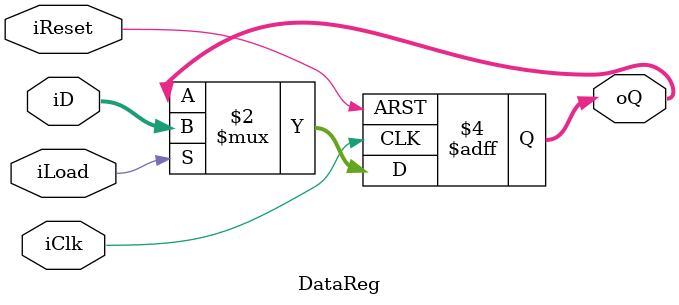
<source format=sv>
module DataReg
#(parameter N = 4)
(   output reg [N-1:0] oQ,
    input wire [N-1:0] iD,
    input wire iClk,
    input wire iLoad,
    input wire iReset
);
always_ff @(posedge iClk or posedge iReset)
begin
  if (iReset)
		oQ <= 0;	
  else if (iLoad)
		oQ <= iD;
end
endmodule

</source>
